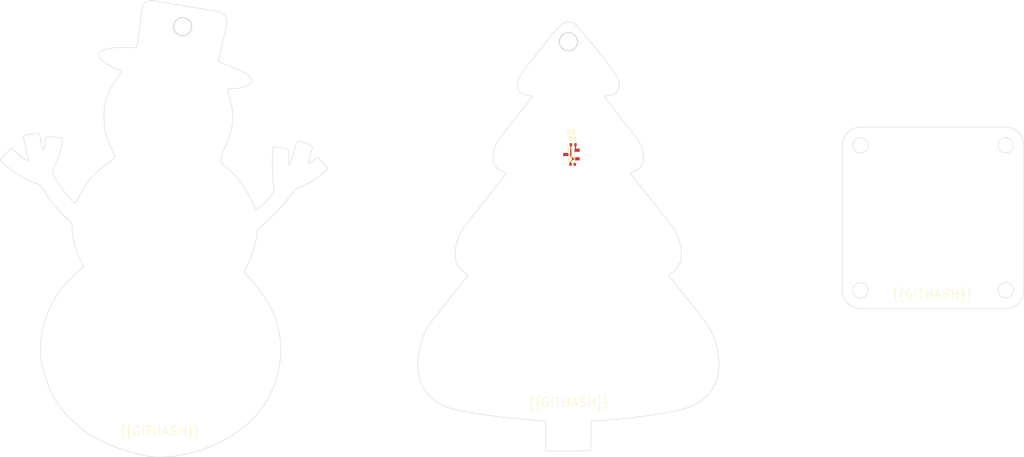
<source format=kicad_pcb>
(kicad_pcb (version 20221018) (generator pcbnew)
  (layers (0 "F.Cu" signal) (31 "B.Cu" signal) (34 "B.Paste" user) (35 "F.Paste" user) (36 "B.SilkS" user "B.Silkscreen") (37 "F.SilkS" user "F.Silkscreen") (38 "B.Mask" user) (39 "F.Mask" user) (44 "Edge.Cuts" user))
  (net 0 "")
  (net 1 "gnd")
  (net 2 "out")
  (net 3 "vcc")
  (footprint "lib:R0402" (layer "F.Cu") (at 162.254297 81.643967)
    (fp_text reference "R1" (at 0 -1.17) (layer "F.SilkS"))
    (fp_text value "Chip Resistor - Surface Mount 1KOhms ±5% 1/16W 0402 RoHS")
    (fp_line (start -0.153641 -0.38) (end 0.153641 -0.38) (stroke (width 0.12)) (layer "F.SilkS"))
    (fp_line (start -0.153641 0.38) (end 0.153641 0.38) (stroke (width 0.12)) (layer "F.SilkS"))
    (pad "1" smd roundrect (at -0.51 0) (size 0.54 0.64) (layers "F.Cu" "F.Paste" "F.Mask") (net 3 "vcc"))
    (pad "2" smd roundrect (at 0.51 0) (size 0.54 0.64) (layers "F.Cu" "F.Paste" "F.Mask") (net 2 "out"))
  )
  (footprint "lib:SOT-23-3_L2.9-W1.3-P1.90-LS2.4-BR-CW" (layer "F.Cu") (at 161.87 83.83)
    (fp_text reference "U1" (at 0 -4.95) (layer "F.SilkS"))
    (fp_text value "")
    (fp_line (start -0.65 -1.46) (end -0.65 -0.8) (stroke (width 0.25)) (layer "F.SilkS"))
    (fp_line (start -0.65 -1.46) (end 0.17 -1.46) (stroke (width 0.25)) (layer "F.SilkS"))
    (fp_line (start -0.65 -0.8) (end -0.65 -1.46) (stroke (width 0.25)) (layer "F.SilkS"))
    (fp_line (start -0.65 -0.8) (end -0.65 -1.46) (stroke (width 0.25)) (layer "F.SilkS"))
    (fp_line (start -0.65 1.46) (end -0.65 0.8) (stroke (width 0.25)) (layer "F.SilkS"))
    (fp_line (start 0.17 1.46) (end -0.65 1.46) (stroke (width 0.25)) (layer "F.SilkS"))
    (fp_line (start 0.76 0.3) (end 0.76 -0.3) (stroke (width 0.2)) (layer "F.SilkS"))
    (pad "1" smd rect (at 1.25 0.95) (size 1.15 0.7) (layers "F.Cu" "F.Paste" "F.Mask") (net 3 "vcc"))
    (pad "2" smd rect (at -1.25 0) (size 1.15 0.7) (layers "F.Cu" "F.Paste" "F.Mask") (net 1 "gnd"))
    (pad "3" smd rect (at 1.25 -0.95) (size 1.15 0.7) (layers "F.Cu" "F.Paste" "F.Mask") (net 2 "out"))
  )
  (footprint "lib:C0402" (layer "F.Cu") (at 162.135535 86.013842)
    (fp_text reference "C1" (at 0 -1.16) (layer "F.SilkS"))
    (fp_text value "16V 100nF X7R ±10% 0402  Multilayer Ceramic Capacitors MLCC - SMD/SMT ROHS")
    (fp_line (start -0.107836 -0.36) (end 0.107836 -0.36) (stroke (width 0.12)) (layer "F.SilkS"))
    (fp_line (start -0.107836 0.36) (end 0.107836 0.36) (stroke (width 0.12)) (layer "F.SilkS"))
    (pad "1" smd roundrect (at -0.48 0) (size 0.56 0.62) (layers "F.Cu" "F.Paste" "F.Mask") (net 3 "vcc"))
    (pad "2" smd roundrect (at 0.48 0) (size 0.56 0.62) (layers "F.Cu" "F.Paste" "F.Mask") (net 1 "gnd"))
  )
  (gr_circle (center 225.62 81.79) (end 227.32 81.79) (stroke (width 0.1)) (fill none) (layer "Edge.Cuts"))
  (gr_circle (center 257.62 113.79) (end 259.32 113.79) (stroke (width 0.1)) (fill none) (layer "Edge.Cuts"))
  (gr_circle (center 257.62 81.79) (end 259.32 81.79) (stroke (width 0.1)) (fill none) (layer "Edge.Cuts"))
  (gr_poly (pts (xy 75.142222 50.797022) (xy 79.756606 51.568267) (xy 82.366969 51.99203) (xy 83.019066 52.095762) (xy 83.303876 52.146979) (xy 83.563537 52.198618) (xy 83.799806 52.251323) (xy 84.01444 52.305736) (xy 84.209196 52.362498) (xy 84.385831 52.422252) (xy 84.546102 52.485641) (xy 84.691766 52.553306) (xy 84.824581 52.62589) (xy 84.946303 52.704035) (xy 85.05869 52.788383) (xy 85.163499 52.879577) (xy 85.262486 52.978258) (xy 85.357409 53.08507) (xy 85.479286 53.234958) (xy 85.586233 53.378736) (xy 85.634185 53.44915) (xy 85.678498 53.519015) (xy 85.719202 53.588656) (xy 85.75633 53.658402) (xy 85.789911 53.728576) (xy 85.819976 53.799506) (xy 85.846558 53.871517) (xy 85.869686 53.944936) (xy 85.889392 54.020089) (xy 85.905707 54.097301) (xy 85.918662 54.176899) (xy 85.928287 54.259209) (xy 85.934615 54.344557) (xy 85.937675 54.433269) (xy 85.937499 54.525672) (xy 85.934119 54.62209) (xy 85.927564 54.722851) (xy 85.917866 54.82828) (xy 85.889166 55.054449) (xy 85.848266 55.303204) (xy 85.795414 55.577155) (xy 85.730859 55.878909) (xy 85.654849 56.211077) (xy 84.878546 59.55341) (xy 84.657875 60.550977) (xy 84.450892 61.532488) (xy 84.331406 62.116419) (xy 84.229648 62.629765) (xy 84.15639 63.017063) (xy 84.122409 63.222849) (xy 84.123062 63.236814) (xy 84.127967 63.251873) (xy 84.137065 63.268001) (xy 84.150302 63.285171) (xy 84.167619 63.303357) (xy 84.188962 63.322534) (xy 84.214273 63.342674) (xy 84.243497 63.363751) (xy 84.313454 63.408613) (xy 84.398381 63.456909) (xy 84.497828 63.50843) (xy 84.611342 63.562966) (xy 84.738473 63.620306) (xy 84.878767 63.680241) (xy 85.031775 63.742561) (xy 85.197043 63.807056) (xy 85.374121 63.873515) (xy 85.562558 63.94173) (xy 85.7619 64.011489) (xy 85.971698 64.082583) (xy 86.585981 64.296029) (xy 87.172975 64.516947) (xy 87.730729 64.744054) (xy 88.257293 64.976069) (xy 88.75072 65.211708) (xy 89.209058 65.449689) (xy 89.63036 65.68873) (xy 90.012676 65.927548) (xy 90.354056 66.16486) (xy 90.652552 66.399385) (xy 90.906214 66.629839) (xy 91.113092 66.85494) (xy 91.271238 67.073405) (xy 91.378702 67.283953) (xy 91.412819 67.385857) (xy 91.433535 67.485301) (xy 91.440605 67.582123) (xy 91.433787 67.676165) (xy 91.41712 67.753004) (xy 91.390362 67.829368) (xy 91.35383 67.905131) (xy 91.307839 67.980165) (xy 91.252707 68.054343) (xy 91.188749 68.12754) (xy 91.116281 68.199626) (xy 91.03562 68.270477) (xy 90.947082 68.339964) (xy 90.850984 68.407961) (xy 90.747641 68.47434) (xy 90.637371 68.538975) (xy 90.520488 68.601739) (xy 90.39731 68.662505) (xy 90.268153 68.721145) (xy 90.133332 68.777534) (xy 89.993165 68.831543) (xy 89.847967 68.883047) (xy 89.543745 68.978027) (xy 89.223197 69.06146) (xy 88.888852 69.132329) (xy 88.54324 69.189618) (xy 88.188892 69.232313) (xy 88.009232 69.24787) (xy 87.828337 69.259397) (xy 87.646523 69.266767) (xy 87.464106 69.269854) (xy 87.202959 69.272042) (xy 86.97453 69.277492) (xy 86.777472 69.288473) (xy 86.690288 69.296746) (xy 86.610443 69.307253) (xy 86.537768 69.320276) (xy 86.472096 69.3361) (xy 86.413258 69.355009) (xy 86.361087 69.377285) (xy 86.315414 69.403211) (xy 86.276071 69.433073) (xy 86.24289 69.467154) (xy 86.215703 69.505736) (xy 86.194342 69.549103) (xy 86.178638 69.59754) (xy 86.168424 69.65133) (xy 86.163532 69.710755) (xy 86.163793 69.776101) (xy 86.169039 69.847649) (xy 86.179102 69.925685) (xy 86.193814 70.010491) (xy 86.236514 70.20155) (xy 86.295792 70.423093) (xy 86.370304 70.677389) (xy 86.458705 70.966708) (xy 86.582128 71.384478) (xy 86.694998 71.803093) (xy 86.797211 72.221567) (xy 86.888665 72.638919) (xy 86.969257 73.054166) (xy 87.038885 73.466323) (xy 87.097447 73.874409) (xy 87.144838 74.277439) (xy 87.180958 74.674432) (xy 87.205702 75.064404) (xy 87.21897 75.446371) (xy 87.220657 75.819352) (xy 87.210662 76.182361) (xy 87.188881 76.534418) (xy 87.155212 76.874538) (xy 87.109553 77.201739) (xy 86.986123 77.871628) (xy 86.830027 78.558912) (xy 86.643845 79.255662) (xy 86.430157 79.953949) (xy 86.19154 80.645848) (xy 85.930575 81.323429) (xy 85.649841 81.978766) (xy 85.351916 82.60393) (xy 85.189192 82.938586) (xy 85.118752 83.093315) (xy 85.055229 83.240939) (xy 84.998352 83.382431) (xy 84.947849 83.518761) (xy 84.903447 83.650903) (xy 84.864875 83.779828) (xy 84.831859 83.906506) (xy 84.804129 84.031911) (xy 84.781412 84.157013) (xy 84.763435 84.282785) (xy 84.749927 84.410197) (xy 84.740615 84.540223) (xy 84.735228 84.673833) (xy 84.733493 84.811999) (xy 84.736223 85.129082) (xy 84.741369 85.261496) (xy 84.750575 85.379459) (xy 84.764997 85.485194) (xy 84.774524 85.534172) (xy 84.785789 85.580928) (xy 84.798934 85.625739) (xy 84.814106 85.668884) (xy 84.831447 85.710641) (xy 84.851104 85.751288) (xy 84.873219 85.791103) (xy 84.897937 85.830364) (xy 84.925403 85.869349) (xy 84.955761 85.908337) (xy 84.989155 85.947605) (xy 85.02573 85.987432) (xy 85.109 86.069873) (xy 85.206725 86.157886) (xy 85.320061 86.253696) (xy 85.598185 86.477602) (xy 86.096863 86.886277) (xy 86.577755 87.306529) (xy 87.04138 87.739064) (xy 87.488258 88.184586) (xy 87.918909 88.6438) (xy 88.333852 89.117412) (xy 88.733607 89.606125) (xy 89.118694 90.110646) (xy 89.489632 90.631678) (xy 89.846941 91.169927) (xy 90.19114 91.726098) (xy 90.52275 92.300895) (xy 90.84229 92.895024) (xy 91.150279 93.509189) (xy 91.447237 94.144095) (xy 91.733683 94.800448) (xy 91.84059 95.047283) (xy 91.945802 95.277558) (xy 92.046625 95.486234) (xy 92.140364 95.668271) (xy 92.224324 95.818627) (xy 92.295813 95.932265) (xy 92.326039 95.973739) (xy 92.352136 96.004143) (xy 92.373767 96.022848) (xy 92.382804 96.027616) (xy 92.390597 96.029223) (xy 92.399173 96.028006) (xy 92.410522 96.024397) (xy 92.441219 96.010237) (xy 92.482045 95.987221) (xy 92.53236 95.955824) (xy 92.591521 95.916524) (xy 92.658887 95.869798) (xy 92.815666 95.755976) (xy 92.997564 95.618173) (xy 93.199447 95.460204) (xy 93.416182 95.285885) (xy 93.642634 95.099032) (xy 93.891007 94.882848) (xy 94.141366 94.648628) (xy 94.390948 94.400061) (xy 94.636991 94.140836) (xy 94.87673 93.874641) (xy 95.107403 93.605164) (xy 95.326247 93.336095) (xy 95.530498 93.071122) (xy 95.717394 92.813933) (xy 95.884171 92.568218) (xy 96.028066 92.337665) (xy 96.146316 92.125962) (xy 96.236159 91.936798) (xy 96.294829 91.773863) (xy 96.311612 91.703383) (xy 96.319566 91.640844) (xy 96.318345 91.586706) (xy 96.307605 91.54143) (xy 96.264441 91.378418) (xy 96.221593 91.121805) (xy 96.138989 90.373142) (xy 96.064068 89.386161) (xy 96.001109 88.251583) (xy 95.954389 87.060129) (xy 95.928186 85.902519) (xy 95.926777 84.869474) (xy 95.95444 84.051714) (xy 96.07471 82.177477) (xy 97.36716 82.304781) (xy 98.13507 82.379263) (xy 98.441266 82.413109) (xy 98.700599 82.449744) (xy 98.916803 82.492956) (xy 99.009898 82.518212) (xy 99.09361 82.546534) (xy 99.168406 82.578395) (xy 99.234753 82.614268) (xy 99.293117 82.654627) (xy 99.343964 82.699946) (xy 99.387763 82.750698) (xy 99.424978 82.807357) (xy 99.456076 82.870396) (xy 99.481525 82.94029) (xy 99.501791 83.017511) (xy 99.51734 83.102533) (xy 99.536155 83.297877) (xy 99.541702 83.530109) (xy 99.537716 83.803018) (xy 99.51607 84.486025) (xy 99.501811 85.019341) (xy 99.495778 85.429631) (xy 99.49953 85.727933) (xy 99.505563 85.838537) (xy 99.514626 85.925284) (xy 99.526915 85.989553) (xy 99.542625 86.032723) (xy 99.551823 86.046828) (xy 99.56195 86.056175) (xy 99.573029 86.060938) (xy 99.585085 86.061289) (xy 99.612224 86.049443) (xy 99.643564 86.022019) (xy 99.679299 85.980395) (xy 99.719623 85.925951) (xy 99.770963 85.835961) (xy 99.83738 85.6921) (xy 100.00736 85.267042) (xy 100.213404 84.699332) (xy 100.439353 84.037526) (xy 100.669049 83.330178) (xy 100.886332 82.625845) (xy 101.075044 81.973082) (xy 101.219027 81.420443) (xy 101.232451 81.367288) (xy 101.246658 81.317349) (xy 101.261814 81.270604) (xy 101.278084 81.227032) (xy 101.295634 81.186611) (xy 101.314631 81.149321) (xy 101.33524 81.115138) (xy 101.357628 81.084043) (xy 101.381959 81.056013) (xy 101.4084 81.031027) (xy 101.437117 81.009064) (xy 101.468275 80.990102) (xy 101.502041 80.974119) (xy 101.538581 80.961095) (xy 101.578059 80.951007) (xy 101.620643 80.943835) (xy 101.666497 80.939556) (xy 101.715788 80.938149) (xy 101.768682 80.939594) (xy 101.825345 80.943867) (xy 101.885942 80.950949) (xy 101.950639 80.960817) (xy 102.019603 80.97345) (xy 102.092998 80.988826) (xy 102.170992 81.006924) (xy 102.253749 81.027723) (xy 102.434219 81.077337) (xy 102.635734 81.137495) (xy 102.859622 81.208025) (xy 103.581471 81.438726) (xy 103.868146 81.535185) (xy 104.108644 81.625316) (xy 104.212356 81.669476) (xy 104.305459 81.713816) (xy 104.388264 81.758923) (xy 104.461082 81.805384) (xy 104.524226 81.853787) (xy 104.578006 81.904719) (xy 104.622735 81.958768) (xy 104.658725 82.01652) (xy 104.686285 82.078563) (xy 104.705729 82.145484) (xy 104.717368 82.217871) (xy 104.721513 82.296311) (xy 104.718476 82.381392) (xy 104.708568 82.4737) (xy 104.692102 82.573823) (xy 104.669388 82.682348) (xy 104.606464 82.926954) (xy 104.522289 83.212218) (xy 104.300158 83.92351) (xy 104.076968 84.658354) (xy 103.993442 84.95378) (xy 103.929762 85.203046) (xy 103.886777 85.407528) (xy 103.865337 85.568604) (xy 103.862962 85.633296) (xy 103.866292 85.687652) (xy 103.875434 85.731846) (xy 103.890492 85.766049) (xy 103.911574 85.790433) (xy 103.938786 85.805172) (xy 103.972234 85.810436) (xy 104.012025 85.806398) (xy 104.058263 85.79323) (xy 104.111056 85.771105) (xy 104.236732 85.700671) (xy 104.3899 85.596472) (xy 104.571411 85.459887) (xy 105.02286 85.095065) (xy 105.918216 84.355181) (xy 106.388476 84.86751) (xy 106.496975 84.987739) (xy 106.625318 85.133369) (xy 106.92254 85.478508) (xy 107.242155 85.858286) (xy 107.546176 86.22806) (xy 108.2336 87.076296) (xy 106.72333 88.254687) (xy 106.031007 88.783192) (xy 105.392025 89.245391) (xy 105.089314 89.453516) (xy 104.796071 89.647331) (xy 104.511007 89.827593) (xy 104.232833 89.995056) (xy 103.960259 90.150478) (xy 103.691998 90.294613) (xy 103.426759 90.428217) (xy 103.163254 90.552046) (xy 102.900193 90.666855) (xy 102.636288 90.773401) (xy 102.370249 90.872439) (xy 102.100787 90.964724) (xy 101.955978 91.013649) (xy 101.818902 91.062832) (xy 101.689432 91.112348) (xy 101.567439 91.162273) (xy 101.452795 91.212683) (xy 101.345371 91.263651) (xy 101.245039 91.315254) (xy 101.151671 91.367567) (xy 101.065138 91.420665) (xy 100.985313 91.474624) (xy 100.912065 91.529517) (xy 100.845269 91.585421) (xy 100.784794 91.642412) (xy 100.730512 91.700563) (xy 100.682296 91.759951) (xy 100.640017 91.82065) (xy 100.313962 92.312951) (xy 99.958065 92.82026) (xy 99.575318 93.339289) (xy 99.168711 93.866747) (xy 98.741234 94.399346) (xy 98.295878 94.933795) (xy 97.835635 95.466804) (xy 97.363494 95.995083) (xy 96.882446 96.515343) (xy 96.395482 97.024295) (xy 95.905593 97.518647) (xy 95.415769 97.995111) (xy 94.929002 98.450396) (xy 94.44828 98.881213) (xy 93.976596 99.284272) (xy 93.51694 99.656283) (xy 93.364132 99.777198) (xy 93.228349 99.887118) (xy 93.108601 99.987555) (xy 93.003899 100.080022) (xy 92.913256 100.166032) (xy 92.835682 100.247098) (xy 92.770188 100.324733) (xy 92.741662 100.362737) (xy 92.715786 100.40045) (xy 92.692435 100.438062) (xy 92.671487 100.475762) (xy 92.652817 100.513738) (xy 92.636302 100.552181) (xy 92.621819 100.591279) (xy 92.609244 100.631221) (xy 92.589322 100.714395) (xy 92.575548 100.803215) (xy 92.566934 100.899195) (xy 92.56249 101.003847) (xy 92.561229 101.118685) (xy 92.548214 101.459191) (xy 92.510172 101.840399) (xy 92.448603 102.257479) (xy 92.365007 102.705605) (xy 92.260885 103.179948) (xy 92.137739 103.675679) (xy 91.997068 104.187971) (xy 91.840373 104.711996) (xy 91.669155 105.242926) (xy 91.484915 105.775933) (xy 91.289154 106.306188) (xy 91.083372 106.828864) (xy 90.86907 107.339132) (xy 90.647749 107.832164) (xy 90.420909 108.303133) (xy 90.190051 108.74721) (xy 89.658061 109.729433) (xy 90.799319 111.025652) (xy 91.552256 111.894452) (xy 92.247519 112.726345) (xy 92.887901 113.52649) (xy 93.476195 114.300047) (xy 94.015193 115.052178) (xy 94.507688 115.788042) (xy 94.956473 116.5128) (xy 95.364341 117.231612) (xy 95.734083 117.949638) (xy 96.068493 118.672038) (xy 96.370364 119.403974) (xy 96.642488 120.150605) (xy 96.887657 120.917091) (xy 97.108665 121.708593) (xy 97.308304 122.530271) (xy 97.489367 123.387286) (xy 97.659586 124.435519) (xy 97.764545 125.512723) (xy 97.805707 126.613102) (xy 97.784533 127.73086) (xy 97.702485 128.860202) (xy 97.561026 129.995332) (xy 97.361618 131.130454) (xy 97.105722 132.259774) (xy 96.794801 133.377494) (xy 96.430316 134.47782) (xy 96.01373 135.554956) (xy 95.546505 136.603107) (xy 95.030102 137.616476) (xy 94.465984 138.589268) (xy 93.855613 139.515689) (xy 93.20045 140.389941) (xy 92.386005 141.350273) (xy 91.510226 142.273552) (xy 90.576227 143.158109) (xy 89.587122 144.002278) (xy 88.546024 144.80439) (xy 87.456048 145.562779) (xy 86.320308 146.275777) (xy 85.141916 146.941716) (xy 83.923988 147.558929) (xy 82.669636 148.125749) (xy 81.381976 148.640508) (xy 80.06412 149.101539) (xy 78.719182 149.507174) (xy 77.350277 149.855747) (xy 75.960518 150.145589) (xy 74.553019 150.375033) (xy 73.862872 150.459306) (xy 73.131633 150.525975) (xy 72.383923 150.574372) (xy 71.644361 150.603827) (xy 70.93757 150.613671) (xy 70.288169 150.603235) (xy 69.720779 150.57185) (xy 69.475532 150.548093) (xy 69.26002 150.518847) (xy 69.260051 150.518832) (xy 67.831835 150.262486) (xy 66.416949 149.953785) (xy 65.016193 149.592984) (xy 63.630368 149.180338) (xy 62.260274 148.716103) (xy 60.90671 148.200532) (xy 59.570477 147.633881) (xy 58.252375 147.016405) (xy 57.283074 146.528505) (xy 56.847829 146.298277) (xy 56.438641 146.072324) (xy 56.050351 145.846994) (xy 55.6778 145.618633) (xy 55.315827 145.383588) (xy 54.959273 145.138205) (xy 54.602979 144.87883) (xy 54.241783 144.601811) (xy 53.870528 144.303492) (xy 53.484054 143.980222) (xy 52.644807 143.244211) (xy 51.682765 142.36455) (xy 51.097036 141.804159) (xy 50.54538 141.238954) (xy 50.025658 140.665073) (xy 49.535731 140.078649) (xy 49.07346 139.475819) (xy 48.636705 138.852719) (xy 48.223328 138.205483) (xy 47.831189 137.530249) (xy 47.458149 136.823151) (xy 47.10207 136.080325) (xy 46.760812 135.297907) (xy 46.432236 134.472032) (xy 46.114202 133.598836) (xy 45.804573 132.674455) (xy 45.501208 131.695024) (xy 45.201968 130.656679) (xy 45.078569 130.147371) (xy 44.978794 129.594224) (xy 44.90231 129.00242) (xy 44.848785 128.377144) (xy 44.817886 127.723579) (xy 44.809281 127.046907) (xy 44.822637 126.352311) (xy 44.857621 125.644974) (xy 44.913901 124.93008) (xy 44.991145 124.212811) (xy 45.089019 123.498351) (xy 45.207191 122.791883) (xy 45.345328 122.098589) (xy 45.503099 121.423652) (xy 45.68017 120.772256) (xy 45.876208 120.149584) (xy 46.005143 119.787909) (xy 46.154924 119.401263) (xy 46.508073 118.570286) (xy 46.917749 117.69111) (xy 47.366047 116.79819) (xy 47.83506 115.92598) (xy 48.306883 115.108937) (xy 48.76361 114.381515) (xy 48.980717 114.062179) (xy 49.187335 113.77817) (xy 49.387433 113.519297) (xy 49.599256 113.255538) (xy 50.056372 112.715109) (xy 50.555279 112.160374) (xy 51.092575 111.594824) (xy 51.664855 111.021952) (xy 52.268718 110.445248) (xy 52.900758 109.868205) (xy 53.557574 109.294314) (xy 54.329783 108.634142) (xy 53.616031 107.110232) (xy 53.390001 106.6154) (xy 53.179365 106.128819) (xy 52.984012 105.650049) (xy 52.803829 105.178652) (xy 52.638704 104.71419) (xy 52.488525 104.256224) (xy 52.353181 103.804315) (xy 52.232559 103.358025) (xy 52.126547 102.916915) (xy 52.035034 102.480548) (xy 51.957906 102.048484) (xy 51.895053 101.620284) (xy 51.846363 101.195511) (xy 51.811722 100.773726) (xy 51.79102 100.35449) (xy 51.784144 99.937365) (xy 51.780657 99.620612) (xy 51.776007 99.482669) (xy 51.769161 99.357285) (xy 51.759927 99.243666) (xy 51.748111 99.141014) (xy 51.733519 99.048534) (xy 51.715958 98.96543) (xy 51.695233 98.890904) (xy 51.671153 98.824161) (xy 51.643523 98.764406) (xy 51.612149 98.71084) (xy 51.576839 98.662669) (xy 51.537399 98.619096) (xy 51.493635 98.579325) (xy 51.445353 98.542559) (xy 51.149902 98.324092) (xy 50.839064 98.073347) (xy 50.514896 97.792628) (xy 50.179453 97.484238) (xy 49.834791 97.150482) (xy 49.482966 96.793665) (xy 49.126033 96.41609) (xy 48.766047 96.020062) (xy 48.405065 95.607885) (xy 48.045142 95.181864) (xy 47.688333 94.744302) (xy 47.336694 94.297504) (xy 46.992281 93.843774) (xy 46.657149 93.385417) (xy 46.333354 92.924737) (xy 46.022952 92.464037) (xy 45.611719 91.844971) (xy 45.279782 91.362091) (xy 45.137757 91.165551) (xy 45.008606 90.995655) (xy 44.89001 90.849933) (xy 44.779654 90.725918) (xy 44.675221 90.621143) (xy 44.574392 90.533138) (xy 44.474852 90.459437) (xy 44.374284 90.397571) (xy 44.27037 90.345073) (xy 44.160793 90.299474) (xy 44.043237 90.258307) (xy 43.915385 90.219103) (xy 43.593888 90.117525) (xy 43.255864 89.996009) (xy 42.903268 89.855657) (xy 42.538058 89.697573) (xy 42.162189 89.522858) (xy 41.777618 89.332616) (xy 41.386301 89.127951) (xy 40.990194 88.909964) (xy 40.591254 88.679759) (xy 40.191438 88.438438) (xy 39.792701 88.187105) (xy 39.396999 87.926862) (xy 39.00629 87.658812) (xy 38.622529 87.384058) (xy 38.247673 87.103703) (xy 37.883677 86.81885) (xy 37.49456 86.502783) (xy 37.131548 86.199554) (xy 36.802586 85.916398) (xy 36.515619 85.660548) (xy 36.278593 85.439239) (xy 36.099452 85.259705) (xy 36.034071 85.187865) (xy 35.986141 85.129182) (xy 35.956654 85.08456) (xy 35.946605 85.054903) (xy 35.948192 85.042433) (xy 35.952903 85.026953) (xy 35.971384 84.987332) (xy 36.001425 84.936776) (xy 36.042403 84.876021) (xy 36.093695 84.805804) (xy 36.154681 84.726859) (xy 36.224736 84.639924) (xy 36.303239 84.545735) (xy 36.389567 84.445026) (xy 36.483097 84.338536) (xy 36.689276 84.11115) (xy 36.916796 83.869466) (xy 37.037003 83.745102) (xy 37.160678 83.619372) (xy 38.374759 82.395922) (xy 39.365809 83.301684) (xy 39.814301 83.698656) (xy 40.266196 84.075272) (xy 40.704205 84.419302) (xy 41.111041 84.718514) (xy 41.469414 84.960676) (xy 41.625024 85.056541) (xy 41.762035 85.133557) (xy 41.878286 85.190195) (xy 41.971615 85.224926) (xy 42.039863 85.236222) (xy 42.063905 85.232603) (xy 42.080867 85.222552) (xy 42.085566 85.215268) (xy 42.089233 85.203934) (xy 42.093537 85.169549) (xy 42.093921 85.120268) (xy 42.090523 85.056964) (xy 42.083485 84.98051) (xy 42.072948 84.891778) (xy 42.059051 84.79164) (xy 42.041937 84.68097) (xy 41.998614 84.43152) (xy 41.944105 84.150408) (xy 41.879534 83.844615) (xy 41.806025 83.52112) (xy 41.578977 82.541169) (xy 41.399614 81.732306) (xy 41.265507 81.079136) (xy 41.174225 80.56626) (xy 41.123338 80.17828) (xy 41.112283 80.026315) (xy 41.110416 79.899799) (xy 41.117432 79.796809) (xy 41.133029 79.71542) (xy 41.156901 79.653706) (xy 41.188746 79.609743) (xy 41.213078 79.592846) (xy 41.252556 79.575085) (xy 41.372962 79.537437) (xy 41.541984 79.497733) (xy 41.751641 79.456905) (xy 42.26094 79.37561) (xy 42.837013 79.301016) (xy 43.416018 79.240586) (xy 43.934111 79.201782) (xy 44.150364 79.192822) (xy 44.327447 79.192067) (xy 44.45738 79.20045) (xy 44.532183 79.218905) (xy 44.538527 79.223215) (xy 44.545097 79.229471) (xy 44.551878 79.23762) (xy 44.558855 79.247608) (xy 44.573336 79.272888) (xy 44.588416 79.304879) (xy 44.603974 79.343154) (xy 44.619887 79.387282) (xy 44.636031 79.436835) (xy 44.652284 79.491383) (xy 44.668525 79.550496) (xy 44.684629 79.613746) (xy 44.700475 79.680703) (xy 44.715939 79.750937) (xy 44.7309 79.82402) (xy 44.745234 79.899521) (xy 44.75882 79.977012) (xy 44.771533 80.056063) (xy 44.946351 81.130774) (xy 45.025944 81.564983) (xy 45.101061 81.931234) (xy 45.172253 82.230134) (xy 45.24007 82.462288) (xy 45.305063 82.628302) (xy 45.336673 82.686696) (xy 45.367783 82.728781) (xy 45.398463 82.754634) (xy 45.428781 82.764331) (xy 45.458807 82.757947) (xy 45.488608 82.735557) (xy 45.518254 82.697238) (xy 45.547814 82.643066) (xy 45.606951 82.487462) (xy 45.666568 82.269351) (xy 45.727218 81.98934) (xy 45.78945 81.648032) (xy 45.853816 81.246035) (xy 46.055377 79.918581) (xy 47.417926 79.96628) (xy 48.109143 79.993687) (xy 48.392021 80.009194) (xy 48.636741 80.027435) (xy 48.846051 80.049559) (xy 49.022696 80.076715) (xy 49.169424 80.110051) (xy 49.288982 80.150717) (xy 49.339431 80.174158) (xy 49.384117 80.199861) (xy 49.423385 80.227972) (xy 49.457577 80.258632) (xy 49.487036 80.291987) (xy 49.512107 80.32818) (xy 49.533132 80.367353) (xy 49.550455 80.409652) (xy 49.575367 80.504197) (xy 49.589592 80.612965) (xy 49.595876 80.737105) (xy 49.596965 80.877764) (xy 49.590289 81.099803) (xy 49.571905 81.336737) (xy 49.542029 81.587807) (xy 49.500879 81.852253) (xy 49.448672 82.129318) (xy 49.385623 82.418243) (xy 49.311951 82.718269) (xy 49.227873 83.028637) (xy 49.133604 83.34859) (xy 49.029362 83.677367) (xy 48.915364 84.014212) (xy 48.791827 84.358364) (xy 48.658967 84.709065) (xy 48.517002 85.065558) (xy 48.366148 85.427082) (xy 48.206622 85.792879) (xy 47.949769 86.374791) (xy 47.755997 86.832451) (xy 47.68104 87.021721) (xy 47.619784 87.188367) (xy 47.571537 87.335205) (xy 47.535609 87.465048) (xy 47.511311 87.580709) (xy 47.497952 87.685002) (xy 47.494842 87.78074) (xy 47.501291 87.870737) (xy 47.516609 87.957807) (xy 47.540106 88.044763) (xy 47.571091 88.134418) (xy 47.608874 88.229586) (xy 47.761079 88.551834) (xy 47.975096 88.939463) (xy 48.241913 89.380584) (xy 48.55252 89.863307) (xy 49.269066 90.905997) (xy 50.052651 91.972411) (xy 50.831193 92.967426) (xy 51.196047 93.408433) (xy 51.532609 93.795921) (xy 51.831869 94.117998) (xy 52.084818 94.362774) (xy 52.282443 94.518359) (xy 52.357694 94.558989) (xy 52.415736 94.572863) (xy 52.426811 94.571375) (xy 52.439084 94.56696) (xy 52.452509 94.559691) (xy 52.467041 94.549641) (xy 52.482633 94.536883) (xy 52.499239 94.521489) (xy 52.516813 94.503532) (xy 52.535309 94.483086) (xy 52.574881 94.435018) (xy 52.617586 94.377866) (xy 52.663055 94.312214) (xy 52.710918 94.238646) (xy 52.760808 94.157745) (xy 52.812354 94.070093) (xy 52.865187 93.976276) (xy 52.918939 93.876875) (xy 52.97324 93.772474) (xy 53.02772 93.663657) (xy 53.082012 93.551007) (xy 53.135745 93.435107) (xy 53.405424 92.869327) (xy 53.69623 92.311615) (xy 54.007442 91.76282) (xy 54.338342 91.223792) (xy 54.688208 90.695381) (xy 55.05632 90.178436) (xy 55.441958 89.673808) (xy 55.844402 89.182347) (xy 56.262932 88.704901) (xy 56.696828 88.242322) (xy 57.145369 87.795459) (xy 57.607836 87.365163) (xy 58.083508 86.952281) (xy 58.571665 86.557666) (xy 59.071586 86.182166) (xy 59.582553 85.826632) (xy 59.914962 85.598282) (xy 60.214172 85.3804) (xy 60.477869 85.17504) (xy 60.595674 85.077698) (xy 60.703732 84.984257) (xy 60.801753 84.894974) (xy 60.889447 84.810106) (xy 60.966524 84.72991) (xy 61.032694 84.654642) (xy 61.087669 84.584559) (xy 61.131158 84.519919) (xy 61.162872 84.460977) (xy 61.182521 84.407992) (xy 61.189444 84.378526) (xy 61.194656 84.347449) (xy 61.198136 84.314702) (xy 61.199864 84.280227) (xy 61.197977 84.205863) (xy 61.188829 84.123892) (xy 61.172254 84.033852) (xy 61.148084 83.935279) (xy 61.116154 83.82771) (xy 61.076297 83.71068) (xy 61.028345 83.583727) (xy 60.972134 83.446388) (xy 60.907495 83.298197) (xy 60.834263 83.138693) (xy 60.75227 82.967412) (xy 60.661351 82.783889) (xy 60.561339 82.587662) (xy 60.452067 82.378268) (xy 60.237971 81.961359) (xy 60.041673 81.555601) (xy 59.862568 81.158484) (xy 59.700049 80.767498) (xy 59.553508 80.380135) (xy 59.422339 79.993885) (xy 59.305935 79.60624) (xy 59.203689 79.21469) (xy 59.114995 78.816725) (xy 59.039245 78.409838) (xy 58.975833 77.991518) (xy 58.924151 77.559256) (xy 58.883594 77.110544) (xy 58.853553 76.642872) (xy 58.833423 76.153731) (xy 58.822596 75.640612) (xy 58.82378 75.019765) (xy 58.843433 74.425285) (xy 58.882591 73.854032) (xy 58.942291 73.302869) (xy 59.023569 72.768658) (xy 59.127459 72.248262) (xy 59.255 71.738542) (xy 59.407225 71.236361) (xy 59.585172 70.73858) (xy 59.789877 70.242062) (xy 60.022374 69.743669) (xy 60.283701 69.240263) (xy 60.574893 68.728705) (xy 60.896986 68.205859) (xy 61.251015 67.668586) (xy 61.638018 67.113749) (xy 61.84244 66.825076) (xy 62.020375 66.566593) (xy 62.17201 66.336298) (xy 62.29753 66.132187) (xy 62.397121 65.95226) (xy 62.470968 65.794512) (xy 62.498296 65.72333) (xy 62.519258 65.656942) (xy 62.533877 65.595098) (xy 62.542176 65.537547) (xy 62.544179 65.484039) (xy 62.539908 65.434323) (xy 62.529387 65.388151) (xy 62.512639 65.34527) (xy 62.489688 65.305431) (xy 62.460556 65.268384) (xy 62.425267 65.233878) (xy 62.383844 65.201662) (xy 62.33631 65.171487) (xy 62.282689 65.143103) (xy 62.157276 65.090703) (xy 62.007792 65.042459) (xy 61.834422 64.996371) (xy 61.657986 64.943069) (xy 61.445562 64.862593) (xy 61.203024 64.758325) (xy 60.93625 64.633653) (xy 60.353499 64.336631) (xy 59.744319 63.998608) (xy 59.155721 63.646664) (xy 58.634716 63.307879) (xy 58.414252 63.151884) (xy 58.228316 63.009334) (xy 58.082783 62.883614) (xy 57.983531 62.778109) (xy 57.869943 62.622242) (xy 57.777351 62.470362) (xy 57.705558 62.322559) (xy 57.654369 62.178917) (xy 57.623588 62.039526) (xy 57.613018 61.904471) (xy 57.622463 61.773839) (xy 57.651728 61.647718) (xy 57.700616 61.526195) (xy 57.768931 61.409356) (xy 57.856477 61.297289) (xy 57.963058 61.190081) (xy 58.088479 61.087819) (xy 58.232542 60.99059) (xy 58.395052 60.89848) (xy 58.575812 60.811578) (xy 58.774627 60.72997) (xy 58.991301 60.653743) (xy 59.225638 60.582984) (xy 59.477441 60.51778) (xy 59.746514 60.458218) (xy 60.032661 60.404385) (xy 60.335687 60.356369) (xy 60.655395 60.314256) (xy 60.991589 60.278134) (xy 61.344073 60.248089) (xy 61.712651 60.224208) (xy 62.097127 60.20658) (xy 62.497305 60.195289) (xy 62.912988 60.190424) (xy 63.343981 60.192072) (xy 63.790088 60.20032) (xy 66.056857 60.258219) (xy 66.273486 58.80189) (xy 66.542465 56.891029) (xy 66.884944 54.341891) (xy 67.190183 52.053843) (xy 67.248082 51.679802) (xy 67.303557 51.37005) (xy 67.359078 51.117137) (xy 67.417116 50.913616) (xy 67.48014 50.752035) (xy 67.55062 50.624945) (xy 67.631027 50.524898) (xy 67.72383 50.444442) (xy 67.831501 50.37613) (xy 67.956508 50.312512) (xy 68.268412 50.169558) (xy 69.100734 49.778315)) (stroke (width 0.1)) (fill none) (layer "Edge.Cuts"))
  (gr_arc (start 261.62 113.79) (mid 260.448427 116.618427) (end 257.62 117.79) (stroke (width 0.1)) (layer "Edge.Cuts"))
  (gr_arc (start 225.62 117.79) (mid 222.791573 116.618427) (end 221.62 113.79) (stroke (width 0.1)) (layer "Edge.Cuts"))
  (gr_line (start 261.62 113.79) (end 261.62 81.79) (stroke (width 0.1)) (layer "Edge.Cuts"))
  (gr_circle (center 161.229974 58.946031) (end 163.229974 58.946031) (stroke (width 0.2)) (fill none) (layer "Edge.Cuts"))
  (gr_line (start 221.62 81.79) (end 221.62 113.79) (stroke (width 0.1)) (layer "Edge.Cuts"))
  (gr_arc (start 257.62 77.79) (mid 260.448427 78.961573) (end 261.62 81.79) (stroke (width 0.1)) (layer "Edge.Cuts"))
  (gr_poly (pts (xy 161.429183 54.643361) (xy 161.588699 54.648976) (xy 161.743405 54.660128) (xy 161.8913 54.67685) (xy 162.030385 54.699174) (xy 162.158659 54.727132) (xy 162.274122 54.760758) (xy 162.374774 54.800082) (xy 162.418214 54.822065) (xy 162.465501 54.850416) (xy 162.517128 54.885713) (xy 162.573587 54.928531) (xy 162.702967 55.039035) (xy 162.857578 55.186538) (xy 163.041357 55.37565) (xy 163.258241 55.610981) (xy 163.512165 55.897139) (xy 163.807067 56.238735) (xy 164.146884 56.640378) (xy 164.53555 57.106678) (xy 164.977005 57.642244) (xy 165.475183 58.251687) (xy 166.657456 59.710639) (xy 168.113864 61.520411) (xy 169.490282 63.25197) (xy 170.562092 64.650979) (xy 170.993296 65.243203) (xy 171.359779 65.7732) (xy 171.665351 66.247941) (xy 171.913823 66.674396) (xy 172.109006 67.059535) (xy 172.254708 67.41033) (xy 172.354741 67.733749) (xy 172.412915 68.036764) (xy 172.433041 68.326344) (xy 172.418927 68.609461) (xy 172.374385 68.893084) (xy 172.303226 69.184183) (xy 172.274597 69.278158) (xy 172.242 69.369887) (xy 172.205507 69.459324) (xy 172.165188 69.546423) (xy 172.121114 69.631137) (xy 172.073357 69.713419) (xy 172.021987 69.793223) (xy 171.967076 69.870502) (xy 171.908694 69.945208) (xy 171.846914 70.017296) (xy 171.781806 70.08672) (xy 171.71344 70.153431) (xy 171.641889 70.217383) (xy 171.567223 70.278531) (xy 171.489513 70.336826) (xy 171.408831 70.392223) (xy 171.325247 70.444674) (xy 171.238833 70.494134) (xy 171.14966 70.540554) (xy 171.057799 70.58389) (xy 170.96332 70.624093) (xy 170.866295 70.661118) (xy 170.766796 70.694917) (xy 170.664893 70.725444) (xy 170.560657 70.752652) (xy 170.45416 70.776495) (xy 170.345472 70.796926) (xy 170.234664 70.813898) (xy 170.121809 70.827364) (xy 170.006976 70.837278) (xy 169.890237 70.843593) (xy 169.771663 70.846262) (xy 169.726607 70.847177) (xy 169.681188 70.849133) (xy 169.590479 70.855957) (xy 169.501974 70.8663) (xy 169.418107 70.879728) (xy 169.378675 70.887463) (xy 169.341315 70.895806) (xy 169.306334 70.904703) (xy 169.274034 70.9141) (xy 169.244721 70.923942) (xy 169.218699 70.934176) (xy 169.196272 70.944746) (xy 169.177745 70.955599) (xy 169.171643 70.965792) (xy 169.172154 70.983757) (xy 169.17922 71.009417) (xy 169.192785 71.042693) (xy 169.239181 71.131786) (xy 169.310885 71.250417) (xy 169.407439 71.397965) (xy 169.528385 71.573811) (xy 169.673265 71.777334) (xy 169.841623 72.007915) (xy 170.246938 72.547768) (xy 170.740668 73.18841) (xy 171.319154 73.924882) (xy 171.978732 74.752222) (xy 174.641332 78.093405) (xy 175.537111 79.246786) (xy 176.200008 80.134787) (xy 176.673118 80.816979) (xy 176.99954 81.352933) (xy 177.222371 81.802218) (xy 177.384708 82.224406) (xy 177.462833 82.472098) (xy 177.531331 82.72855) (xy 177.59016 82.991701) (xy 177.639284 83.259489) (xy 177.678662 83.529854) (xy 177.708257 83.800735) (xy 177.728028 84.070071) (xy 177.737937 84.335802) (xy 177.737946 84.595867) (xy 177.728014 84.848205) (xy 177.708104 85.090755) (xy 177.678176 85.321456) (xy 177.638191 85.538248) (xy 177.588111 85.739069) (xy 177.527896 85.92186) (xy 177.457507 86.084559) (xy 177.391656 86.207668) (xy 177.318059 86.327563) (xy 177.236853 86.444134) (xy 177.148173 86.557272) (xy 177.052156 86.666869) (xy 176.948938 86.772814) (xy 176.838657 86.874999) (xy 176.721448 86.973315) (xy 176.597448 87.067652) (xy 176.466794 87.157903) (xy 176.32962 87.243956) (xy 176.186065 87.325705) (xy 176.036265 87.403039) (xy 175.880355 87.475849) (xy 175.718473 87.544027) (xy 175.550754 87.607462) (xy 175.482045 87.632835) (xy 175.415483 87.658969) (xy 175.351405 87.685667) (xy 175.290146 87.712731) (xy 175.23204 87.739963) (xy 175.177423 87.767164) (xy 175.126631 87.794136) (xy 175.079997 87.820681) (xy 175.037859 87.846601) (xy 175.00055 87.871698) (xy 174.968407 87.895773) (xy 174.941764 87.918629) (xy 174.920956 87.940066) (xy 174.90632 87.959888) (xy 174.898189 87.977896) (xy 174.896668 87.986157) (xy 174.8969 87.993891) (xy 174.922027 88.037315) (xy 174.991394 88.135797) (xy 175.25375 88.486297) (xy 176.209258 89.720013) (xy 177.617844 91.508896) (xy 179.333926 93.666804) (xy 181.092323 95.879526) (xy 182.616098 97.817656) (xy 183.742073 99.272256) (xy 184.307071 100.034388) (xy 184.515284 100.360502) (xy 184.7117 100.694247) (xy 184.896111 101.034954) (xy 185.068309 101.381957) (xy 185.228084 101.734588) (xy 185.375229 102.092181) (xy 185.509535 102.454068) (xy 185.630794 102.819582) (xy 185.738797 103.188056) (xy 185.833335 103.558822) (xy 185.914201 103.931214) (xy 185.981186 104.304563) (xy 186.034081 104.678204) (xy 186.072678 105.051468) (xy 186.096768 105.423689) (xy 186.106143 105.794199) (xy 186.105091 106.172735) (xy 186.095928 106.491761) (xy 186.087599 106.633067) (xy 186.076394 106.764426) (xy 186.062032 106.887483) (xy 186.044229 107.003882) (xy 186.022703 107.115265) (xy 185.997171 107.223277) (xy 185.967351 107.329562) (xy 185.932961 107.435763) (xy 185.893716 107.543524) (xy 185.849336 107.654488) (xy 185.744037 107.892603) (xy 185.654537 108.079442) (xy 185.563285 108.257402) (xy 185.469989 108.426825) (xy 185.374358 108.588053) (xy 185.276102 108.741425) (xy 185.174928 108.887283) (xy 185.070547 109.025968) (xy 184.962667 109.15782) (xy 184.850997 109.283181) (xy 184.735246 109.402392) (xy 184.615122 109.515794) (xy 184.490336 109.623727) (xy 184.360596 109.726532) (xy 184.22561 109.824551) (xy 184.085088 109.918125) (xy 183.938739 110.007593) (xy 183.810996 110.084401) (xy 183.691836 110.159793) (xy 183.583867 110.231854) (xy 183.489696 110.298666) (xy 183.41193 110.358313) (xy 183.380014 110.384851) (xy 183.353176 110.408878) (xy 183.331744 110.430155) (xy 183.316042 110.448443) (xy 183.306397 110.463502) (xy 183.303947 110.469746) (xy 183.303134 110.475092) (xy 183.318272 110.503511) (xy 183.362609 110.567965) (xy 183.532916 110.797359) (xy 183.802115 111.148045) (xy 184.158269 111.604794) (xy 185.08369 112.775559) (xy 186.213672 114.187815) (xy 189.362188 118.120691) (xy 190.402126 119.447898) (xy 191.169656 120.462983) (xy 191.727633 121.251467) (xy 192.13891 121.898876) (xy 192.466342 122.490732) (xy 192.772785 123.112559) (xy 193.051147 123.726705) (xy 193.303988 124.346147) (xy 193.531154 124.969731) (xy 193.732492 125.596305) (xy 193.907848 126.224716) (xy 194.05707 126.853811) (xy 194.180003 127.482437) (xy 194.276494 128.109442) (xy 194.346391 128.733673) (xy 194.389538 129.353977) (xy 194.405784 129.969202) (xy 194.394974 130.578194) (xy 194.356955 131.1798) (xy 194.291575 131.772869) (xy 194.198678 132.356247) (xy 194.078113 132.928782) (xy 193.929544 133.476781) (xy 193.74781 134.009233) (xy 193.533455 134.525547) (xy 193.287022 135.025131) (xy 193.009057 135.507395) (xy 192.700103 135.971748) (xy 192.360704 136.4176) (xy 191.991405 136.844359) (xy 191.592749 137.251434) (xy 191.165282 137.638235) (xy 190.709547 138.004171) (xy 190.226087 138.348651) (xy 189.715449 138.671084) (xy 189.178175 138.970879) (xy 188.61481 139.247446) (xy 188.025897 139.500193) (xy 187.387382 139.730873) (xy 186.62691 139.962173) (xy 185.752713 140.192844) (xy 184.773022 140.421641) (xy 182.530085 140.868622) (xy 179.96395 141.293139) (xy 177.140466 141.685214) (xy 174.125485 142.034872) (xy 170.984858 142.332135) (xy 167.784435 142.567026) (xy 166.231372 142.664027) (xy 166.19247 145.936793) (xy 166.153667 149.209559) (xy 161.14812 149.247553) (xy 156.142551 149.285548) (xy 156.211231 145.955256) (xy 156.23825 144.264273) (xy 156.238691 143.682086) (xy 156.22939 143.24944) (xy 156.209575 142.946836) (xy 156.195482 142.838207) (xy 156.178471 142.754778) (xy 156.158445 142.69411) (xy 156.135307 142.653767) (xy 156.108961 142.631312) (xy 156.079311 142.624308) (xy 155.214992 142.57575) (xy 153.588337 142.458798) (xy 151.746032 142.31468) (xy 150.23476 142.184626) (xy 147.951424 141.950142) (xy 145.645248 141.676286) (xy 143.382545 141.373503) (xy 141.229626 141.052239) (xy 139.252805 140.722941) (xy 137.518395 140.396054) (xy 136.092708 140.082025) (xy 135.042056 139.7913) (xy 134.381421 139.556594) (xy 133.752014 139.295735) (xy 133.153989 139.00888) (xy 132.587501 138.696185) (xy 132.052705 138.357807) (xy 131.549756 137.993902) (xy 131.078809 137.604627) (xy 130.64002 137.190138) (xy 130.233542 136.750592) (xy 129.859531 136.286146) (xy 129.518141 135.796955) (xy 129.209529 135.283176) (xy 128.933847 134.744967) (xy 128.691252 134.182482) (xy 128.481899 133.59588) (xy 128.305942 132.985316) (xy 128.169056 132.349397) (xy 128.072975 131.677754) (xy 128.016707 130.975694) (xy 127.999256 130.248525) (xy 128.019631 129.501555) (xy 128.076838 128.740093) (xy 128.169883 127.969445) (xy 128.297773 127.19492) (xy 128.459515 126.421826) (xy 128.654115 125.65547) (xy 128.880581 124.901161) (xy 129.137918 124.164206) (xy 129.425134 123.449914) (xy 129.741235 122.763591) (xy 130.085228 122.110547) (xy 130.456119 121.496088) (xy 130.678839 121.176405) (xy 131.044408 120.681658) (xy 131.533542 120.036727) (xy 132.126955 119.266491) (xy 133.549488 117.449628) (xy 135.157733 115.430109) (xy 139.156955 110.449519) (xy 138.361812 109.926661) (xy 138.191303 109.808793) (xy 138.024907 109.682349) (xy 137.863136 109.547997) (xy 137.706502 109.406407) (xy 137.555518 109.258246) (xy 137.410696 109.104183) (xy 137.27255 108.944887) (xy 137.141591 108.781027) (xy 137.018333 108.613271) (xy 136.903287 108.442289) (xy 136.796967 108.268748) (xy 136.699885 108.093317) (xy 136.612554 107.916666) (xy 136.535485 107.739462) (xy 136.469192 107.562375) (xy 136.414188 107.386072) (xy 136.393025 107.303561) (xy 136.373683 107.213821) (xy 136.356172 107.117074) (xy 136.340506 107.013541) (xy 136.326696 106.903442) (xy 136.314755 106.786999) (xy 136.296527 106.535963) (xy 136.28592 106.262201) (xy 136.28303 105.96748) (xy 136.287955 105.653567) (xy 136.300792 105.32223) (xy 136.322244 104.998512) (xy 136.354436 104.675622) (xy 136.397314 104.353731) (xy 136.450821 104.033012) (xy 136.514903 103.713637) (xy 136.589505 103.395777) (xy 136.67457 103.079605) (xy 136.770045 102.765293) (xy 136.875873 102.453014) (xy 136.991999 102.142939) (xy 137.118369 101.83524) (xy 137.254926 101.53009) (xy 137.401615 101.227661) (xy 137.558383 100.928125) (xy 137.725172 100.631653) (xy 137.901927 100.338419) (xy 138.126212 100.011097) (xy 138.51292 99.483877) (xy 139.040899 98.784161) (xy 139.688993 97.939352) (xy 141.260913 95.92407) (xy 143.059451 93.657252) (xy 146.236175 89.672407) (xy 147.202546 88.449633) (xy 147.557468 87.987986) (xy 147.556054 87.984938) (xy 147.551858 87.980582) (xy 147.535398 87.968089) (xy 147.508643 87.9508) (xy 147.472146 87.929003) (xy 147.372145 87.873051) (xy 147.239832 87.802557) (xy 147.079641 87.719846) (xy 146.896006 87.62724) (xy 146.693363 87.527063) (xy 146.476146 87.421641) (xy 146.164445 87.267635) (xy 146.029652 87.197126) (xy 145.907363 87.129704) (xy 145.796428 87.064435) (xy 145.695696 87.000386) (xy 145.604016 86.936623) (xy 145.520238 86.872216) (xy 145.443212 86.806229) (xy 145.371787 86.737731) (xy 145.304812 86.665788) (xy 145.241137 86.589467) (xy 145.179611 86.507836) (xy 145.119084 86.419962) (xy 145.058406 86.324911) (xy 144.996425 86.221751) (xy 144.936178 86.116882) (xy 144.882127 86.017884) (xy 144.833953 85.923336) (xy 144.791331 85.831816) (xy 144.753942 85.741904) (xy 144.721463 85.652177) (xy 144.693573 85.561215) (xy 144.669949 85.467596) (xy 144.65027 85.3699) (xy 144.634215 85.266704) (xy 144.621462 85.156587) (xy 144.611688 85.038128) (xy 144.604572 84.909906) (xy 144.599793 84.7705) (xy 144.597029 84.618488) (xy 144.595958 84.452448) (xy 144.599628 84.195279) (xy 144.611925 83.944089) (xy 144.633095 83.698112) (xy 144.663381 83.456583) (xy 144.703029 83.218738) (xy 144.752282 82.983811) (xy 144.811387 82.751037) (xy 144.880586 82.519652) (xy 144.960125 82.28889) (xy 145.050249 82.057986) (xy 145.151202 81.826176) (xy 145.26323 81.592694) (xy 145.386575 81.356776) (xy 145.521483 81.117655) (xy 145.6682 80.874568) (xy 145.826969 80.626749) (xy 146.032392 80.333611) (xy 146.358724 79.892071) (xy 147.30702 78.650511) (xy 148.537667 77.075522) (xy 149.916477 75.340556) (xy 151.237226 73.678901) (xy 152.309769 72.303534) (xy 153.024068 71.357417) (xy 153.212489 71.090004) (xy 153.258499 71.015527) (xy 153.270084 70.983515) (xy 153.265966 70.978423) (xy 153.259854 70.973183) (xy 153.251803 70.967809) (xy 153.241867 70.96231) (xy 153.216558 70.950987) (xy 153.184364 70.939307) (xy 153.14572 70.927361) (xy 153.101062 70.915241) (xy 153.050827 70.903038) (xy 152.995449 70.890845) (xy 152.935366 70.878753) (xy 152.871013 70.866854) (xy 152.802825 70.855239) (xy 152.73124 70.844002) (xy 152.656692 70.833232) (xy 152.579618 70.823023) (xy 152.500454 70.813465) (xy 152.419635 70.804652) (xy 152.231149 70.781807) (xy 152.048915 70.752885) (xy 151.873161 70.717993) (xy 151.704112 70.677241) (xy 151.541996 70.63074) (xy 151.387039 70.578598) (xy 151.239467 70.520925) (xy 151.099507 70.457831) (xy 150.967385 70.389425) (xy 150.843329 70.315816) (xy 150.727564 70.237115) (xy 150.620318 70.153431) (xy 150.521817 70.064872) (xy 150.432287 69.97155) (xy 150.351955 69.873574) (xy 150.281047 69.771052) (xy 150.239903 69.703254) (xy 150.203083 69.636552) (xy 150.170436 69.569895) (xy 150.141808 69.502228) (xy 150.117043 69.432499) (xy 150.095989 69.359654) (xy 150.078492 69.282642) (xy 150.064398 69.200408) (xy 150.053553 69.111901) (xy 150.045804 69.016066) (xy 150.040997 68.911851) (xy 150.038978 68.798203) (xy 150.039593 68.674069) (xy 150.042688 68.538396) (xy 150.04811 68.39013) (xy 150.055705 68.22822) (xy 150.072415 67.962758) (xy 150.098332 67.715002) (xy 150.116664 67.59479) (xy 150.139604 67.475438) (xy 150.16792 67.355755) (xy 150.202381 67.234552) (xy 150.243756 67.110641) (xy 150.292814 66.982832) (xy 150.350322 66.849936) (xy 150.41705 66.710763) (xy 150.493766 66.564125) (xy 150.58124 66.408832) (xy 150.680239 66.243695) (xy 150.791532 66.067525) (xy 150.915888 65.879133) (xy 151.054076 65.677329) (xy 151.375022 65.228731) (xy 151.760519 64.712216) (xy 152.216716 64.11827) (xy 152.749763 63.437382) (xy 153.365808 62.660036) (xy 154.871494 60.777918) (xy 157.351611 57.70227) (xy 158.182147 56.694478) (xy 158.801918 55.969401) (xy 159.257611 55.474061) (xy 159.595914 55.15548) (xy 159.735634 55.045918) (xy 159.863513 54.960679) (xy 160.107097 54.83668) (xy 160.2199 54.793912) (xy 160.345893 54.756391) (xy 160.483077 54.724149) (xy 160.629452 54.697218) (xy 160.783018 54.67563) (xy 160.941774 54.659418) (xy 161.10372 54.648615) (xy 161.266857 54.643252)) (stroke (width 0.1)) (fill none) (layer "Edge.Cuts"))
  (gr_line (start 257.62 77.79) (end 225.62 77.79) (stroke (width 0.1)) (layer "Edge.Cuts"))
  (gr_arc (start 221.62 81.79) (mid 222.791573 78.961573) (end 225.62 77.79) (stroke (width 0.1)) (layer "Edge.Cuts"))
  (gr_circle (center 225.62 113.79) (end 227.32 113.79) (stroke (width 0.1)) (fill none) (layer "Edge.Cuts"))
  (gr_circle (center 76.165146 55.61107) (end 78.165146 55.61107) (stroke (width 0.2)) (fill none) (layer "Edge.Cuts"))
  (gr_line (start 225.62 117.79) (end 257.62 117.79) (stroke (width 0.1)) (layer "Edge.Cuts"))
  (gr_text "{{GITHASH}}" (at 152.4 139.7) (layer "F.SilkS") (effects (font (size 2 2) (thickness 0.1)) (justify left bottom)))
  (gr_text "{{GITHASH}}" (at 62.23 146.05) (layer "F.SilkS") (effects (font (size 2 2) (thickness 0.1)) (justify left bottom)))
  (gr_text "{{GITHASH}}" (at 232.508427 115.791573) (layer "F.SilkS") (effects (font (size 2 2) (thickness 0.1)) (justify left bottom)))
  (segment (start 162.764297 82.524297) (end 163.12 82.88) (width 0.25) (layer "F.Cu") (net 2))
  (segment (start 162.764297 81.643967) (end 162.764297 82.524297) (width 0.25) (layer "F.Cu") (net 2))
  (segment (start 161.655535 85.419465) (end 162.295 84.78) (width 0.25) (layer "F.Cu") (net 3))
  (segment (start 162.295 84.78) (end 163.12 84.78) (width 0.25) (layer "F.Cu") (net 3))
  (segment (start 161.655535 86.013842) (end 161.655535 85.419465) (width 0.25) (layer "F.Cu") (net 3))
  (segment (start 161.744297 84.268629) (end 161.744297 81.643967) (width 0.25) (layer "F.Cu") (net 3))
  (segment (start 163.12 84.78) (end 162.255668 84.78) (width 0.25) (layer "F.Cu") (net 3))
  (segment (start 162.255668 84.78) (end 161.744297 84.268629) (width 0.25) (layer "F.Cu") (net 3))
)
</source>
